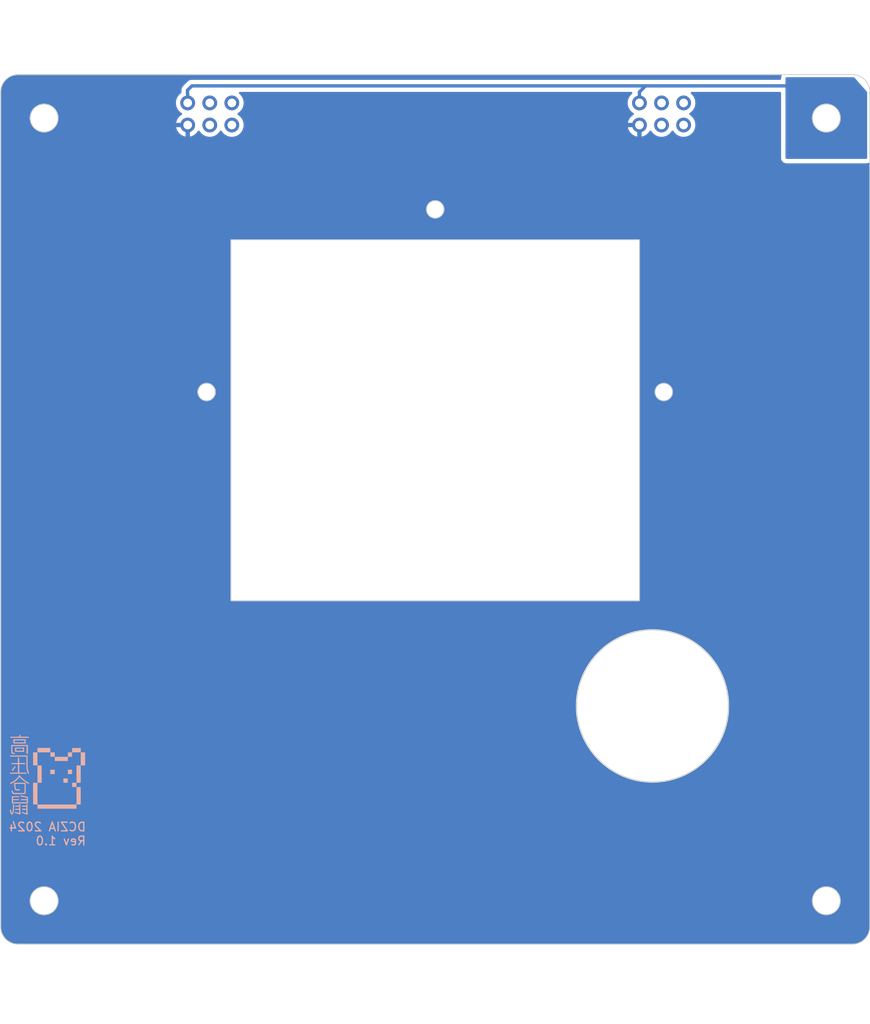
<source format=kicad_pcb>
(kicad_pcb (version 20240108) (generator "pcbnew") (generator_version "8.0")
  (title_block (title "DC32 Slow Scan Cat Detector") (date "2024-06-09") (rev "1.0") (company "DCZia") (comment 1 "@hamster"))
  (layers (0 "F.Cu" signal) (31 "B.Cu" signal) (34 "B.Paste" user) (35 "F.Paste" user) (36 "B.SilkS" user "B.Silkscreen") (37 "F.SilkS" user "F.Silkscreen") (38 "B.Mask" user) (39 "F.Mask" user) (44 "Edge.Cuts" user))
  (net 0 "")
  (net 1 "+3V3")
  (net 2 "GND")
  (footprint "lib_fp:Badgelife-Shitty-v1.69bis-Minimal-Front" (layer "F.Cu") (at 153.76 42.33)
    (property "Reference" "X1" (hide yes))
    (property "Value" "Badgelife_sao_connector_v169bis" (hide yes))
    (pad "1" thru_hole oval (at -2.54 -1.27) (size 1.7 1.7) (drill 1) (layers "*.Cu" "B.Mask") (net 1 "+3V3"))
    (pad "2" thru_hole oval (at -2.54 1.27) (size 1.7 1.7) (drill 1) (layers "*.Cu" "B.Mask") (net 2 "GND"))
    (pad "3" thru_hole circle (at 0 -1.27) (size 1.7 1.7) (drill 1) (layers "*.Cu" "B.Mask"))
    (pad "4" thru_hole oval (at 0 1.27) (size 1.7 1.7) (drill 1) (layers "*.Cu" "B.Mask"))
    (pad "5" thru_hole circle (at 2.54 -1.27) (size 1.7 1.7) (drill 1) (layers "*.Cu" "B.Mask"))
    (pad "6" thru_hole oval (at 2.54 1.27) (size 1.7 1.7) (drill 1) (layers "*.Cu" "B.Mask"))
  )
  (footprint "lib_fp:Badgelife-Shitty-v1.69bis-Minimal-Front" (layer "F.Cu") (at 205.74 42.33)
    (property "Reference" "X2" (hide yes))
    (property "Value" "Badgelife_sao_connector_v169bis" (hide yes))
    (pad "1" thru_hole oval (at -2.54 -1.27) (size 1.7 1.7) (drill 1) (layers "*.Cu" "B.Mask") (net 1 "+3V3"))
    (pad "2" thru_hole oval (at -2.54 1.27) (size 1.7 1.7) (drill 1) (layers "*.Cu" "B.Mask") (net 2 "GND"))
    (pad "3" thru_hole circle (at 0 -1.27) (size 1.7 1.7) (drill 1) (layers "*.Cu" "B.Mask"))
    (pad "4" thru_hole oval (at 0 1.27) (size 1.7 1.7) (drill 1) (layers "*.Cu" "B.Mask"))
    (pad "5" thru_hole circle (at 2.54 -1.27) (size 1.7 1.7) (drill 1) (layers "*.Cu" "B.Mask"))
    (pad "6" thru_hole oval (at 2.54 1.27) (size 1.7 1.7) (drill 1) (layers "*.Cu" "B.Mask"))
  )
  (footprint "lib_fp:hamster" (layer "B.Cu") (at 135.1 118.3 180)
    (property "Reference" "G***" (hide yes))
    (property "Value" "LOGO" (hide yes))
    (fp_poly (pts (xy -0.317765 0.317764) (xy -0.317765 0.063553) (xy -0.571977 0.063553) (xy -0.826189 0.063553) (xy -0.826189 0.317764) (xy -0.826189 0.571976) (xy -0.571977 0.571976) (xy -0.317765 0.571976)) (fill solid) (layer "B.SilkS"))
    (fp_poly (pts (xy -1.821852 -0.677226) (xy -1.821852 -0.93211) (xy -2.076736 -0.93211) (xy -2.33162 -0.93211) (xy -2.325652 -0.683195) (xy -2.319683 -0.434279) (xy -2.070767 -0.428311) (xy -1.821852 -0.422342)) (fill solid) (layer "B.SilkS"))
    (fp_poly (pts (xy -2.330275 0.317764) (xy -2.330275 0.063553) (xy -2.573895 0.063553) (xy -2.817515 0.063553) (xy -2.817515 0.317764) (xy -2.817515 0.571976) (xy -2.573895 0.571976) (xy -2.330275 0.571976)) (fill solid) (layer "B.SilkS"))
    (fp_poly (pts (xy -3.325938 0.063553) (xy -3.325938 -0.93211) (xy -3.569558 -0.93211) (xy -3.813178 -0.93211) (xy -3.813178 0.063553) (xy -3.813178 1.059216) (xy -3.569558 1.059216) (xy -3.325938 1.059216)) (fill solid) (layer "B.SilkS"))
    (fp_poly (pts (xy 1.668536 1.816555) (xy 1.662969 1.069808) (xy 1.414053 1.063839) (xy 1.165137 1.057871) (xy 1.165137 0.06288) (xy 1.165137 -0.93211) (xy 0.921518 -0.93211) (xy 0.677898 -0.93211) (xy 0.677898 0.063553) (xy 0.677898 1.059216) (xy 0.921518 1.059216) (xy 1.165137 1.059216) (xy 1.165137 1.811259) (xy 1.165137 2.563302) (xy 1.41962 2.563302) (xy 1.674103 2.563302)) (fill solid) (layer "B.SilkS"))
    (fp_poly (pts (xy 3.935681 3.829066) (xy 3.929691 3.590742) (xy 3.225313 3.58516) (xy 2.520934 3.579579) (xy 2.520934 3.823484) (xy 2.520934 3.940283) (xy 2.64804 3.940283) (xy 2.64804 3.823769) (xy 2.64804 3.707256) (xy 3.220017 3.707256) (xy 3.791993 3.707256) (xy 3.791993 3.823769) (xy 3.791993 3.940283) (xy 3.220017 3.940283) (xy 2.64804 3.940283) (xy 2.520934 3.940283) (xy 2.520934 4.067389) (xy 3.231302 4.067389) (xy 3.941671 4.067389)) (fill solid) (layer "B.SilkS"))
    (fp_poly (pts (xy 3.749625 2.870475) (xy 3.749625 2.626855) (xy 3.230609 2.626855) (xy 2.711593 2.626855) (xy 2.711593 2.870475) (xy 2.711593 3.008173) (xy 2.838699 3.008173) (xy 2.838699 2.881067) (xy 2.838699 2.753961) (xy 3.220017 2.753961) (xy 3.601334 2.753961) (xy 3.601334 2.881067) (xy 3.601334 3.008173) (xy 3.220017 3.008173) (xy 2.838699 3.008173) (xy 2.711593 3.008173) (xy 2.711593 3.114095) (xy 3.230609 3.114095) (xy 3.749625 3.114095)) (fill solid) (layer "B.SilkS"))
    (fp_poly (pts (xy 3.777166 0.957745) (xy 3.819344 0.912841) (xy 3.872349 0.84771) (xy 3.930517 0.770297) (xy 3.988186 0.688546) (xy 4.039691 0.610402) (xy 4.079369 0.543809) (xy 4.101557 0.496711) (xy 4.10387 0.480166) (xy 4.082173 0.452969) (xy 4.053607 0.43038) (xy 4.029237 0.418037) (xy 4.008014 0.422797) (xy 3.98243 0.450679) (xy 3.944978 0.507702) (xy 3.932944 0.527112) (xy 3.878387 0.611316) (xy 3.812731 0.706767) (xy 3.756337 0.784493) (xy 3.707205 0.851161) (xy 3.680949 0.892893) (xy 3.674427 0.918192) (xy 3.684497 0.93556) (xy 3.696847 0.945456) (xy 3.73392 0.968339) (xy 3.751479 0.974478)) (fill solid) (layer "B.SilkS"))
    (fp_poly (pts (xy 3.21749 4.577002) (xy 3.240065 4.539398) (xy 3.26339 4.467847) (xy 3.267285 4.454003) (xy 3.292357 4.36397) (xy 3.785795 4.36397) (xy 4.279233 4.36397) (xy 4.279233 4.300417) (xy 4.279233 4.236864) (xy 3.220017 4.236864) (xy 2.160801 4.236864) (xy 2.160801 4.300417) (xy 2.160801 4.36397) (xy 2.658632 4.36397) (xy 2.798783 4.364725) (xy 2.923669 4.366844) (xy 3.02744 4.370108) (xy 3.104245 4.3743) (xy 3.148233 4.3792) (xy 3.156464 4.382567) (xy 3.148892 4.412635) (xy 3.130111 4.463924) (xy 3.124253 4.478255) (xy 3.105074 4.528422) (xy 3.106146 4.554159) (xy 3.131113 4.570017) (xy 3.148975 4.576993) (xy 3.189261 4.587315)) (fill solid) (layer "B.SilkS"))
    (fp_poly (pts (xy 3.405946 1.647081) (xy 3.411808 1.334612) (xy 3.781967 1.334612) (xy 4.152127 1.334612) (xy 4.152127 1.271059) (xy 4.152127 1.207506) (xy 3.781401 1.207506) (xy 3.410675 1.207506) (xy 3.410675 0.720267) (xy 3.410675 0.233027) (xy 3.866138 0.233027) (xy 4.321601 0.233027) (xy 4.321601 0.169474) (xy 4.321601 0.105921) (xy 3.378899 0.105921) (xy 2.436197 0.105921) (xy 2.436197 0.169474) (xy 2.436197 0.233027) (xy 2.849291 0.233027) (xy 3.262385 0.233027) (xy 3.262385 0.720267) (xy 3.262385 1.207506) (xy 2.923436 1.207506) (xy 2.584487 1.207506) (xy 2.584487 1.271059) (xy 2.584487 1.334612) (xy 2.92287 1.334612) (xy 3.261253 1.334612) (xy 3.267115 1.647081) (xy 3.272977 1.959549) (xy 3.33653 1.959549) (xy 3.400083 1.959549)) (fill solid) (layer "B.SilkS"))
    (fp_poly (pts (xy -2.817515 -1.17573) (xy -2.817515 -1.41935) (xy -3.071727 -1.41935) (xy -3.325938 -1.41935) (xy -3.325938 -2.425605) (xy -3.325938 -3.43186) (xy -1.0804 -3.43186) (xy 1.165137 -3.43186) (xy 1.165137 -2.181985) (xy 1.165137 -0.93211) (xy 1.419519 -0.93211) (xy 1.6739 -0.93211) (xy 1.668434 -2.176689) (xy 1.662969 -3.421268) (xy 1.414053 -3.427236) (xy 1.165137 -3.433205) (xy 1.165137 -3.676152) (xy 1.165137 -3.9191) (xy -1.0804 -3.9191) (xy -3.325938 -3.9191) (xy -3.325938 -3.67548) (xy -3.325938 -3.43186) (xy -3.569558 -3.43186) (xy -3.813178 -3.43186) (xy -3.813178 -2.425605) (xy -3.813178 -1.41935) (xy -3.569558 -1.41935) (xy -3.325938 -1.41935) (xy -3.325938 -1.17573) (xy -3.325938 -0.93211) (xy -3.071727 -0.93211) (xy -2.817515 -0.93211)) (fill solid) (layer "B.SilkS"))
    (fp_poly (pts (xy 4.321601 2.139616) (xy 4.321601 2.076063) (xy 3.378899 2.076063) (xy 2.436197 2.076063) (xy 2.436197 1.432716) (xy 2.435336 1.206824) (xy 2.43233 1.017486) (xy 2.426549 0.858913) (xy 2.417359 0.725317) (xy 2.404128 0.610909) (xy 2.386223 0.509903) (xy 2.363012 0.416509) (xy 2.333863 0.324939) (xy 2.307287 0.252843) (xy 2.276165 0.175447) (xy 2.249305 0.114607) (xy 2.231151 0.080182) (xy 2.227669 0.076194) (xy 2.201889 0.080855) (xy 2.162788 0.104422) (xy 2.112999 0.141978) (xy 2.170258 0.285102) (xy 2.200971 0.364294) (xy 2.226188 0.437141) (xy 2.246515 0.509001) (xy 2.262562 0.585231) (xy 2.274937 0.671187) (xy 2.284249 0.772228) (xy 2.291106 0.893709) (xy 2.296117 1.04099) (xy 2.29989 1.219426) (xy 2.303034 1.434375) (xy 2.303316 1.456422) (xy 2.312797 2.203169) (xy 3.317199 2.203169) (xy 4.321601 2.203169)) (fill solid) (layer "B.SilkS"))
    (fp_poly (pts (xy 4.173311 2.946967) (xy 4.173136 2.778927) (xy 4.171241 2.648393) (xy 4.165571 2.550502) (xy 4.15407 2.480393) (xy 4.134683 2.433204) (xy 4.105354 2.404073) (xy 4.064028 2.388139) (xy 4.00865 2.380539) (xy 3.937164 2.376412) (xy 3.93199 2.376152) (xy 3.855479 2.374484) (xy 3.798547 2.377424) (xy 3.771456 2.384332) (xy 3.77052 2.386216) (xy 3.765241 2.419527) (xy 3.757457 2.452085) (xy 3.753064 2.478591) (xy 3.764 2.49285) (xy 3.799196 2.498643) (xy 3.867577 2.499749) (xy 3.870023 2.499749) (xy 3.942313 2.503837) (xy 3.99834 2.514428) (xy 4.020784 2.525171) (xy 4.03128 2.552724) (xy 4.038858 2.613174) (xy 4.043696 2.709251) (xy 4.045971 2.843682) (xy 4.046205 2.917081) (xy 4.046205 3.283569) (xy 3.230609 3.283569) (xy 2.415012 3.283569) (xy 2.415012 2.828106) (xy 2.415012 2.372644) (xy 2.340867 2.372644) (xy 2.266722 2.372644) (xy 2.266722 2.891659) (xy 2.266722 3.410675) (xy 3.220017 3.410675) (xy 4.173311 3.410675)) (fill solid) (layer "B.SilkS"))
    (fp_poly (pts (xy 3.988084 -3.754921) (xy 3.995675 -3.914411) (xy 4.007551 -4.063012) (xy 4.022853 -4.194836) (xy 4.04072 -4.303995) (xy 4.060293 -4.384601) (xy 4.08071 -4.430765) (xy 4.087818 -4.437649) (xy 4.114025 -4.433346) (xy 4.126648 -4.421994) (xy 4.140656 -4.389743) (xy 4.158683 -4.328015) (xy 4.177957 -4.249156) (xy 4.1957 -4.16551) (xy 4.20914 -4.08942) (xy 4.2155 -4.033231) (xy 4.21568 -4.025914) (xy 4.218083 -3.993411) (xy 4.232744 -3.985382) (xy 4.270841 -3.999127) (xy 4.290258 -4.007889) (xy 4.322592 -4.026009) (xy 4.336839 -4.050317) (xy 4.337218 -4.094209) (xy 4.331934 -4.140291) (xy 4.303787 -4.303436) (xy 4.266016 -4.430913) (xy 4.219404 -4.520739) (xy 4.164737 -4.570933) (xy 4.160701 -4.572878) (xy 4.104977 -4.593361) (xy 4.065476 -4.588237) (xy 4.022455 -4.553904) (xy 4.014695 -4.546229) (xy 3.969524 -4.477421) (xy 3.931145 -4.369899) (xy 3.900095 -4.226852) (xy 3.876912 -4.051471) (xy 3.862134 -3.846945) (xy 3.8563 -3.616465) (xy 3.85626 -3.606631) (xy 3.855546 -3.389492) (xy 3.916028 -3.389492) (xy 3.97651 -3.389492)) (fill solid) (layer "B.SilkS"))
    (fp_poly (pts (xy 3.279213 -0.060747) (xy 3.290226 -0.065615) (xy 3.327664 -0.088573) (xy 3.329196 -0.111342) (xy 3.323022 -0.120028) (xy 3.318464 -0.158402) (xy 3.349097 -0.219792) (xy 3.414723 -0.303921) (xy 3.515141 -0.410513) (xy 3.577616 -0.471461) (xy 3.819982 -0.674428) (xy 4.084971 -0.843425) (xy 4.178607 -0.892115) (xy 4.247145 -0.927558) (xy 4.297756 -0.957083) (xy 4.321037 -0.975132) (xy 4.321601 -0.976679) (xy 4.309411 -1.001896) (xy 4.284529 -1.035509) (xy 4.247456 -1.080049) (xy 4.068663 -0.983885) (xy 3.840449 -0.846694) (xy 3.629425 -0.691389) (xy 3.443964 -0.524767) (xy 3.292504 -0.35371) (xy 3.23046 -0.273141) (xy 3.026938 -0.472409) (xy 2.85173 -0.628726) (xy 2.649145 -0.783713) (xy 2.433221 -0.927105) (xy 2.293619 -1.008544) (xy 2.182818 -1.069465) (xy 2.135914 -1.02256) (xy 2.10617 -0.988107) (xy 2.09802 -0.968536) (xy 2.098424 -0.968112) (xy 2.12027 -0.955171) (xy 2.169824 -0.927572) (xy 2.237449 -0.890666) (xy 2.25613 -0.880569) (xy 2.540143 -0.709322) (xy 2.79095 -0.518582) (xy 3.015419 -0.302613) (xy 3.179174 -0.109706) (xy 3.21632 -0.066432) (xy 3.244629 -0.052112)) (fill solid) (layer "B.SilkS"))
    (fp_poly (pts (xy -3.320642 3.06682) (xy -2.828107 3.061134) (xy -2.822139 2.812218) (xy -2.81617 2.563302) (xy -2.573223 2.563302) (xy -2.330275 2.563302) (xy -2.330275 2.309091) (xy -2.330275 2.054879) (xy -1.578232 2.054879) (xy -0.826189 2.054879) (xy -0.826189 2.309091) (xy -0.826189 2.563302) (xy -0.571977 2.563302) (xy -0.317765 2.563302) (xy -0.317765 2.817514) (xy -0.317765 3.071726) (xy 0.423686 3.071726) (xy 1.165137 3.071726) (xy 1.165137 2.817514) (xy 1.165137 2.563302) (xy 0.424359 2.563302) (xy -0.31642 2.563302) (xy -0.322389 2.314387) (xy -0.328357 2.065471) (xy -0.577273 2.059503) (xy -0.826189 2.053534) (xy -0.826189 1.810587) (xy -0.826189 1.567639) (xy -1.578232 1.567639) (xy -2.330275 1.567639) (xy -2.330275 1.811259) (xy -2.330275 2.054879) (xy -2.573895 2.054879) (xy -2.817515 2.054879) (xy -2.817515 2.309091) (xy -2.817515 2.563302) (xy -3.315346 2.563302) (xy -3.813178 2.563302) (xy -3.813178 1.811259) (xy -3.813178 1.059216) (xy -4.06739 1.059216) (xy -4.321601 1.059216) (xy -4.321601 1.811259) (xy -4.321601 2.563302) (xy -4.06739 2.563302) (xy -3.813178 2.563302) (xy -3.813178 2.817905) (xy -3.813178 3.072507)) (fill solid) (layer "B.SilkS"))
    (fp_poly (pts (xy 3.239701 -3.392882) (xy 3.257784 -3.411178) (xy 3.262297 -3.456566) (xy 3.262385 -3.473535) (xy 3.262385 -3.557579) (xy 3.500709 -3.563568) (xy 3.739032 -3.569558) (xy 3.745736 -3.627815) (xy 3.752439 -3.686072) (xy 3.507412 -3.686072) (xy 3.262385 -3.686072) (xy 3.262385 -3.801892) (xy 3.262385 -3.917712) (xy 3.500709 -3.923702) (xy 3.739032 -3.929692) (xy 3.745736 -3.987949) (xy 3.752439 -4.046205) (xy 3.507412 -4.046205) (xy 3.262385 -4.046205) (xy 3.262385 -4.226272) (xy 3.262545 -4.306798) (xy 3.26713 -4.361509) (xy 3.282296 -4.392689) (xy 3.314201 -4.402628) (xy 3.369 -4.393609) (xy 3.452851 -4.36792) (xy 3.55301 -4.334199) (xy 3.767223 -4.26206) (xy 3.780836 -4.316302) (xy 3.781788 -4.368002) (xy 3.766741 -4.387868) (xy 3.732511 -4.403105) (xy 3.66809 -4.426841) (xy 3.583097 -4.455997) (xy 3.487152 -4.48749) (xy 3.389873 -4.51824) (xy 3.30088 -4.545164) (xy 3.229793 -4.565182) (xy 3.186229 -4.575213) (xy 3.180019 -4.575813) (xy 3.144545 -4.558269) (xy 3.116481 -4.51963) (xy 3.102257 -4.467356) (xy 3.113081 -4.441248) (xy 3.120836 -4.411868) (xy 3.127011 -4.342011) (xy 3.131527 -4.233542) (xy 3.134309 -4.088326) (xy 3.135279 -3.908229) (xy 3.135279 -3.904271) (xy 3.135279 -3.389492) (xy 3.198832 -3.389492)) (fill solid) (layer "B.SilkS"))
    (fp_poly (pts (xy 3.096026 -2.388276) (xy 3.122193 -2.424772) (xy 3.156348 -2.476899) (xy 3.019216 -2.519255) (xy 2.940115 -2.54116) (xy 2.834871 -2.566844) (xy 2.719049 -2.592635) (xy 2.637956 -2.609189) (xy 2.393828 -2.656767) (xy 2.393828 -2.737141) (xy 2.393828 -2.817515) (xy 2.734184 -2.817515) (xy 3.07454 -2.817515) (xy 3.067837 -2.875772) (xy 3.061134 -2.934029) (xy 2.727481 -2.939863) (xy 2.393828 -2.945697) (xy 2.393828 -3.061673) (xy 2.393828 -3.177648) (xy 3.189297 -3.177648) (xy 3.984766 -3.177648) (xy 3.978413 -3.055839) (xy 3.97206 -2.934029) (xy 3.627815 -2.928208) (xy 3.283569 -2.922387) (xy 3.283569 -2.869951) (xy 3.283569 -2.817515) (xy 3.634218 -2.817515) (xy 3.984866 -2.817515) (xy 3.978463 -2.706297) (xy 3.97206 -2.59508) (xy 3.617223 -2.589271) (xy 3.262385 -2.583463) (xy 3.262385 -2.531014) (xy 3.262385 -2.478566) (xy 3.686072 -2.478566) (xy 4.109758 -2.478566) (xy 4.109758 -2.89166) (xy 4.109758 -3.304754) (xy 3.18824 -3.304754) (xy 2.266722 -3.304754) (xy 2.266722 -2.926539) (xy 2.266722 -2.548324) (xy 2.494454 -2.511085) (xy 2.612774 -2.489476) (xy 2.738783 -2.462817) (xy 2.852498 -2.435464) (xy 2.897276 -2.423244) (xy 2.977153 -2.400406) (xy 3.0399 -2.382927) (xy 3.075676 -2.37353) (xy 3.080202 -2.372644)) (fill solid) (layer "B.SilkS"))
    (fp_poly (pts (xy 2.413394 -3.392838) (xy 2.43151 -3.410971) (xy 2.436096 -3.456033) (xy 2.436197 -3.474229) (xy 2.436197 -3.558966) (xy 2.690409 -3.558966) (xy 2.94462 -3.558966) (xy 2.94462 -3.622519) (xy 2.94462 -3.686072) (xy 2.690409 -3.686072) (xy 2.436197 -3.686072) (xy 2.436197 -3.802586) (xy 2.436197 -3.9191) (xy 2.690409 -3.9191) (xy 2.94462 -3.9191) (xy 2.94462 -3.982653) (xy 2.94462 -4.046205) (xy 2.690409 -4.046205) (xy 2.436197 -4.046205) (xy 2.436197 -4.236864) (xy 2.438543 -4.339639) (xy 2.445757 -4.402331) (xy 2.458101 -4.426972) (xy 2.460817 -4.427523) (xy 2.489908 -4.420995) (xy 2.549697 -4.403312) (xy 2.630898 -4.377331) (xy 2.706559 -4.351969) (xy 2.796178 -4.322261) (xy 2.869872 -4.299557) (xy 2.919208 -4.286343) (xy 2.935693 -4.284429) (xy 2.943934 -4.309283) (xy 2.94946 -4.344095) (xy 2.949184 -4.366344) (xy 2.938532 -4.385046) (xy 2.911186 -4.403728) (xy 2.860829 -4.425915) (xy 2.781142 -4.455132) (xy 2.700426 -4.48306) (xy 2.567135 -4.528395) (xy 2.468183 -4.560528) (xy 2.397921 -4.580267) (xy 2.350705 -4.588421) (xy 2.320887 -4.585799) (xy 2.302821 -4.57321) (xy 2.290859 -4.551462) (xy 2.287226 -4.542247) (xy 2.275993 -4.487426) (xy 2.287119 -4.462205) (xy 2.294618 -4.433196) (xy 2.300652 -4.364037) (xy 2.305132 -4.256925) (xy 2.30797 -4.114057) (xy 2.309078 -3.937631) (xy 2.309091 -3.914863) (xy 2.309091 -3.389492) (xy 2.372644 -3.389492)) (fill solid) (layer "B.SilkS"))
    (fp_poly (pts (xy 3.844395 -1.106881) (xy 3.83474 -1.211083) (xy 3.821379 -1.335092) (xy 3.80674 -1.456792) (xy 3.802218 -1.491366) (xy 3.783436 -1.611129) (xy 3.760335 -1.695421) (xy 3.726561 -1.751094) (xy 3.67576 -1.784995) (xy 3.601579 -1.803976) (xy 3.502481 -1.814518) (xy 3.387402 -1.820736) (xy 3.306821 -1.817419) (xy 3.253578 -1.802778) (xy 3.220516 -1.775019) (xy 3.202854 -1.739545) (xy 3.181457 -1.678167) (xy 3.39333 -1.678167) (xy 3.485145 -1.676184) (xy 3.561425 -1.670843) (xy 3.611989 -1.663059) (xy 3.6261 -1.65727) (xy 3.650387 -1.610444) (xy 3.671265 -1.522642) (xy 3.688494 -1.395136) (xy 3.699465 -1.265763) (xy 3.713625 -1.059216) (xy 3.180832 -1.059216) (xy 2.64804 -1.059216) (xy 2.64804 -1.565046) (xy 2.648507 -1.73163) (xy 2.650077 -1.860433) (xy 2.653001 -1.956037) (xy 2.657529 -2.023021) (xy 2.663913 -2.065966) (xy 2.672404 -2.089452) (xy 2.677094 -2.094989) (xy 2.702315 -2.102732) (xy 2.758449 -2.108496) (xy 2.84785 -2.112351) (xy 2.972872 -2.114366) (xy 3.13587 -2.114609) (xy 3.306495 -2.113471) (xy 3.906842 -2.10784) (xy 3.95356 -2.038498) (xy 3.989204 -1.968598) (xy 4.013314 -1.89142) (xy 4.014512 -1.884911) (xy 4.024802 -1.828475) (xy 4.037367 -1.805915) (xy 4.063217 -1.809652) (xy 4.099973 -1.826074) (xy 4.132568 -1.848643) (xy 4.145776 -1.882658) (xy 4.139229 -1.935221) (xy 4.112557 -2.013433) (xy 4.087079 -2.074844) (xy 4.066179 -2.121061) (xy 4.044379 -2.158085) (xy 4.017013 -2.186916) (xy 3.979417 -2.208558) (xy 3.926925 -2.224012) (xy 3.854875 -2.234281) (xy 3.758599 -2.240367) (xy 3.633435 -2.243273) (xy 3.474718 -2.244) (xy 3.301552 -2.243628) (xy 3.14289 -2.242474) (xy 2.99528 -2.240172) (xy 2.864852 -2.236914) (xy 2.75773 -2.232892) (xy 2.680042 -2.228298) (xy 2.637915 -2.223324) (xy 2.635694 -2.222756) (xy 2.603868 -2.211427) (xy 2.578524 -2.194922) (xy 2.558929 -2.168701) (xy 2.544348 -2.128227) (xy 2.534047 -2.068959) (xy 2.52729 -1.98636) (xy 2.523344 -1.87589) (xy 2.521473 -1.733011) (xy 2.520944 -1.553184) (xy 2.520934 -1.513682) (xy 2.520934 -0.93211) (xy 3.189696 -0.93211) (xy 3.858458 -0.93211)) (fill solid) (layer "B.SilkS"))
  )
  (gr_line (start 131.7 137.8) (end 227.7 137.8) (stroke (width 0.1)) (layer "Edge.Cuts"))
  (gr_circle (center 134.7 132.8) (end 136.3 132.9) (stroke (width 0.1)) (fill none) (layer "Edge.Cuts"))
  (gr_arc (start 129.7 39.8) (mid 130.285786 38.385786) (end 131.7 37.8) (stroke (width 0.1)) (layer "Edge.Cuts"))
  (gr_arc (start 229.7 135.8) (mid 229.114214 137.214214) (end 227.7 137.8) (stroke (width 0.1)) (layer "Edge.Cuts"))
  (gr_circle (center 134.7 42.8) (end 136.3 42.8) (stroke (width 0.1)) (fill none) (layer "Edge.Cuts"))
  (gr_arc (start 227.7 37.8) (mid 229.114214 38.385786) (end 229.7 39.8) (stroke (width 0.1)) (layer "Edge.Cuts"))
  (gr_line (start 227.7 37.8) (end 131.7 37.8) (stroke (width 0.1)) (layer "Edge.Cuts"))
  (gr_circle (center 224.7 132.8) (end 226.3 132.8) (stroke (width 0.1)) (fill none) (layer "Edge.Cuts"))
  (gr_arc (start 131.7 137.8) (mid 130.285786 137.214214) (end 129.7 135.8) (stroke (width 0.1)) (layer "Edge.Cuts"))
  (gr_circle (center 153.4 74.3) (end 154.4 74.3) (stroke (width 0.1)) (fill none) (layer "Edge.Cuts"))
  (gr_circle (center 179.7 53.3) (end 180.7 53.3) (stroke (width 0.1)) (fill none) (layer "Edge.Cuts"))
  (gr_line (start 229.7 135.8) (end 229.7 39.8) (stroke (width 0.1)) (layer "Edge.Cuts"))
  (gr_line (start 129.7 39.8) (end 129.7 135.8) (stroke (width 0.1)) (layer "Edge.Cuts"))
  (gr_rect (start 156.2 56.8) (end 203.2 98.3) (stroke (width 0.1)) (fill none) (layer "Edge.Cuts"))
  (gr_circle (center 204.7 110.4) (end 213.45 110.4) (stroke (width 0.15)) (fill none) (layer "Edge.Cuts"))
  (gr_circle (center 206 74.3) (end 207 74.3) (stroke (width 0.1)) (fill none) (layer "Edge.Cuts"))
  (gr_circle (center 224.7 42.8) (end 226.3 42.9) (stroke (width 0.1)) (fill none) (layer "Edge.Cuts"))
  (gr_text "DCZIA 2024\nRev 1.0" (at 139.6 126.5 0) (layer "B.SilkS") (effects (font (size 1 1)) (justify left bottom mirror)))
  (segment (start 203.2 41.06) (end 203.2 39.8) (width 0.381) (layer "B.Cu") (net 1))
  (segment (start 151.22 40.02) (end 151.22 41.06) (width 0.381) (layer "B.Cu") (net 1))
  (segment (start 151.2 40) (end 151.22 40.02) (width 0.381) (layer "B.Cu") (net 1))
  (segment (start 203.9 39.1) (end 151.7 39.1) (width 0.381) (layer "B.Cu") (net 1))
  (segment (start 203.9 39.1) (end 217.6 39.1) (width 0.381) (layer "B.Cu") (net 1))
  (segment (start 217.6 39.1) (end 221.6 39.1) (width 0.381) (layer "B.Cu") (net 1))
  (segment (start 203.2 39.8) (end 203.9 39.1) (width 0.381) (layer "B.Cu") (net 1))
  (segment (start 151.2 39.6) (end 151.2 40) (width 0.381) (layer "B.Cu") (net 1))
  (segment (start 151.7 39.1) (end 151.2 39.6) (width 0.381) (layer "B.Cu") (net 1))
  (zone (net 1) (net_name "+3V3") (layer "B.Cu") (priority 1) (connect_pads (clearance 0.5)) (min_thickness 0.25) (fill yes (thermal_gap 0.5) (thermal_bridge_width 0.5))
    (polygon (pts (xy 220 47.5) (xy 229.4 47.5) (xy 229.4 39.8) (xy 227.9 38.1) (xy 220 38.1)))
  )
  (zone (net 2) (net_name "GND") (layer "B.Cu") (connect_pads (clearance 0.5)) (min_thickness 0.25) (fill yes (thermal_gap 0.5) (thermal_bridge_width 0.5))
    (polygon (pts (xy 129.7 37.8) (xy 219.7 37.8) (xy 219.7 47.8) (xy 229.7 47.8) (xy 229.7 137.8) (xy 129.7 137.8)))
  )
)
</source>
